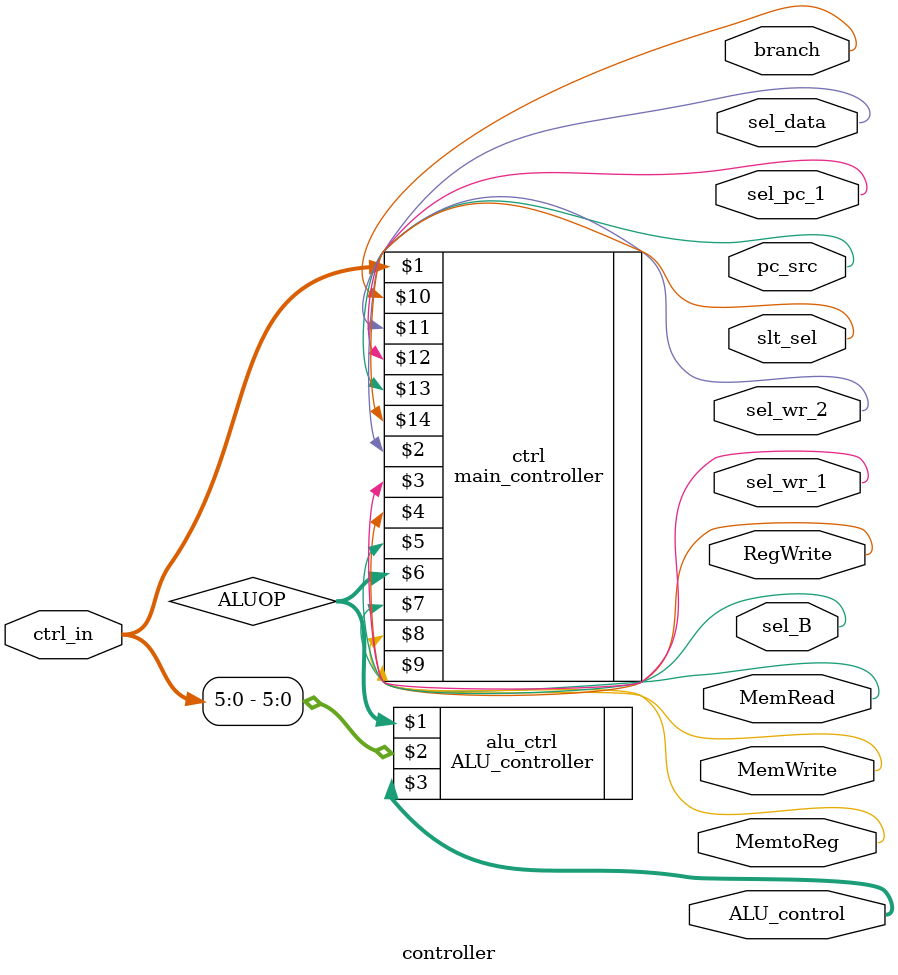
<source format=v>
`timescale 1ns/1ns

module controller(ctrl_in,sel_wr_2, sel_wr_1, RegWrite, sel_B, MemRead, MemWrite, MemtoReg, branch, sel_data, sel_pc_1, pc_src, slt_sel, ALU_control);
	input [31:0] ctrl_in;
	output sel_wr_2, sel_wr_1, RegWrite, sel_B, MemRead, MemWrite, MemtoReg, branch, sel_data, sel_pc_1, pc_src, slt_sel;
	output [2:0] ALU_control;
	wire sel_wr_2, sel_wr_1, RegWrite, sel_B, MemRead, MemWrite, MemtoReg, branch, sel_data, sel_pc_1, pc_src, slt_sel;
	wire [2:0] ALU_control;
	wire [1:0] ALUOP;
	ALU_controller alu_ctrl(ALUOP, ctrl_in[5:0], ALU_control);
	main_controller ctrl(ctrl_in,sel_wr_2, sel_wr_1, RegWrite, sel_B, ALUOP, MemRead, MemWrite, MemtoReg, branch, sel_data, sel_pc_1, pc_src, slt_sel);
endmodule
</source>
